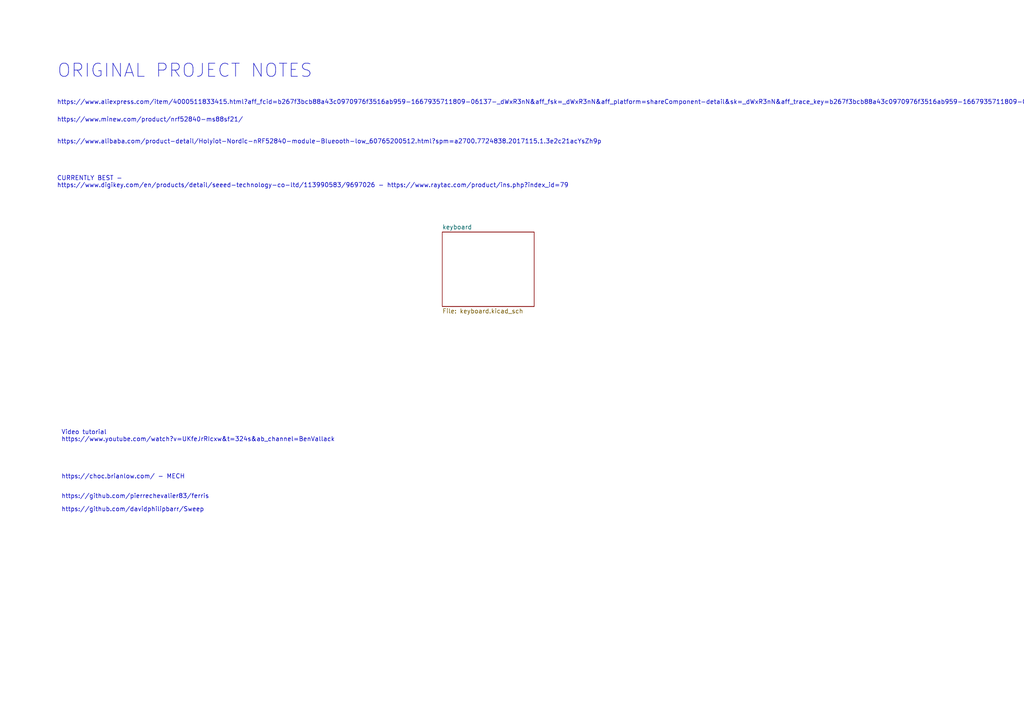
<source format=kicad_sch>
(kicad_sch (version 20211123) (generator eeschema)
  (paper "A4")
  (lib_symbols)
  (text "https://www.aliexpress.com/item/4000511833415.html?aff_fcid=b267f3bcb88a43c0970976f3516ab959-1667935711809-06137-_dWxR3nN&aff_fsk=_dWxR3nN&aff_platform=shareComponent-detail&sk=_dWxR3nN&aff_trace_key=b267f3bcb88a43c0970976f3516ab959-1667935711809-06137-_dWxR3nN&terminal_id=ecb7e4be74884a17a65346bca942dea0&afSmartRedirect=y" (at 16.51 30.48 0) (effects (font (size 1.27 1.27)) (justify left bottom)))
  (text "https://choc.brianlow.com/ - MECH \n" (at 17.78 139.065 0) (effects (font (size 1.27 1.27)) (justify left bottom)))
  (text "https://www.alibaba.com/product-detail/Holyiot-Nordic-nRF52840-module-Blueooth-low_60765200512.html?spm=a2700.7724838.2017115.1.3e2c21acYsZh9p" (at 16.51 41.91 0) (effects (font (size 1.27 1.27)) (justify left bottom)))
  (text "https://www.minew.com/product/nrf52840-ms88sf21/" (at 16.51 35.56 0) (effects (font (size 1.27 1.27)) (justify left bottom)))
  (text "Video tutorial \nhttps://www.youtube.com/watch?v=UKfeJrRIcxw&t=324s&ab_channel=BenVallack" (at 17.78 128.27 0) (effects (font (size 1.27 1.27)) (justify left bottom)))
  (text "ORIGINAL PROJECT NOTES" (at 16.51 22.86 0) (effects (font (size 3.81 3.81)) (justify left bottom)))
  (text "https://github.com/davidphilipbarr/Sweep" (at 17.78 148.59 0) (effects (font (size 1.27 1.27)) (justify left bottom)))
  (text "https://github.com/pierrechevalier83/ferris" (at 17.78 144.78 0) (effects (font (size 1.27 1.27)) (justify left bottom)))
  (text "CURRENTLY BEST - \nhttps://www.digikey.com/en/products/detail/seeed-technology-co-ltd/113990583/9697026 - https://www.raytac.com/product/ins.php?index_id=79\n" (at 16.51 54.61 0) (effects (font (size 1.27 1.27)) (justify left bottom)))
  (sheet (at 128.27 67.31) (size 26.67 21.59) (stroke (width 0.1524))
    (property "Sheet name" "keyboard" (at 128.27 66.5984 0) (effects (justify left bottom)))
    (property "Sheet file" "keyboard.kicad_sch" (at 128.27 89.4846 0) (effects (justify left top)))
  )
)
</source>
